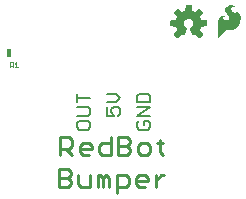
<source format=gbr>
G04 EAGLE Gerber RS-274X export*
G75*
%MOMM*%
%FSLAX34Y34*%
%LPD*%
%INSilkscreen Top*%
%IPPOS*%
%AMOC8*
5,1,8,0,0,1.08239X$1,22.5*%
G01*
%ADD10C,0.279400*%
%ADD11C,0.203200*%
%ADD12R,0.457200X0.762000*%
%ADD13C,0.025400*%

G36*
X199820Y139846D02*
X199820Y139846D01*
X199928Y139856D01*
X199941Y139862D01*
X199955Y139864D01*
X200052Y139912D01*
X200151Y139957D01*
X200164Y139968D01*
X200173Y139972D01*
X200188Y139988D01*
X200265Y140050D01*
X202850Y142635D01*
X202913Y142724D01*
X202979Y142809D01*
X202984Y142822D01*
X202992Y142834D01*
X203023Y142937D01*
X203059Y143040D01*
X203059Y143054D01*
X203063Y143067D01*
X203059Y143175D01*
X203060Y143284D01*
X203055Y143297D01*
X203055Y143311D01*
X203017Y143413D01*
X202982Y143515D01*
X202973Y143530D01*
X202969Y143539D01*
X202955Y143556D01*
X202901Y143638D01*
X200137Y147028D01*
X200694Y148110D01*
X200700Y148130D01*
X200742Y148225D01*
X201113Y149384D01*
X205464Y149827D01*
X205568Y149855D01*
X205674Y149880D01*
X205686Y149887D01*
X205699Y149890D01*
X205789Y149951D01*
X205882Y150008D01*
X205890Y150019D01*
X205902Y150027D01*
X205968Y150113D01*
X206037Y150197D01*
X206041Y150210D01*
X206050Y150221D01*
X206084Y150324D01*
X206123Y150425D01*
X206124Y150443D01*
X206128Y150452D01*
X206128Y150474D01*
X206137Y150572D01*
X206137Y154228D01*
X206120Y154335D01*
X206106Y154443D01*
X206100Y154455D01*
X206098Y154469D01*
X206046Y154565D01*
X205999Y154662D01*
X205989Y154672D01*
X205983Y154684D01*
X205903Y154758D01*
X205827Y154835D01*
X205815Y154841D01*
X205805Y154851D01*
X205706Y154896D01*
X205609Y154944D01*
X205591Y154948D01*
X205582Y154952D01*
X205561Y154954D01*
X205464Y154973D01*
X201113Y155416D01*
X200742Y156575D01*
X200733Y156592D01*
X200731Y156600D01*
X200727Y156607D01*
X200694Y156690D01*
X200137Y157772D01*
X202901Y161162D01*
X202955Y161256D01*
X203012Y161348D01*
X203015Y161361D01*
X203022Y161373D01*
X203043Y161480D01*
X203068Y161585D01*
X203066Y161599D01*
X203069Y161613D01*
X203054Y161720D01*
X203044Y161828D01*
X203038Y161841D01*
X203036Y161855D01*
X202988Y161952D01*
X202943Y162051D01*
X202932Y162064D01*
X202928Y162073D01*
X202912Y162088D01*
X202850Y162165D01*
X200265Y164750D01*
X200176Y164813D01*
X200091Y164879D01*
X200078Y164884D01*
X200066Y164892D01*
X199963Y164923D01*
X199860Y164959D01*
X199846Y164959D01*
X199833Y164963D01*
X199725Y164959D01*
X199616Y164960D01*
X199603Y164955D01*
X199589Y164955D01*
X199487Y164917D01*
X199385Y164882D01*
X199370Y164873D01*
X199361Y164869D01*
X199344Y164855D01*
X199262Y164801D01*
X195872Y162037D01*
X194790Y162594D01*
X194770Y162600D01*
X194675Y162642D01*
X193516Y163013D01*
X193073Y167364D01*
X193045Y167468D01*
X193020Y167574D01*
X193013Y167586D01*
X193010Y167599D01*
X192949Y167689D01*
X192892Y167782D01*
X192881Y167790D01*
X192873Y167802D01*
X192787Y167868D01*
X192703Y167937D01*
X192690Y167941D01*
X192679Y167950D01*
X192576Y167984D01*
X192475Y168023D01*
X192457Y168024D01*
X192448Y168028D01*
X192426Y168028D01*
X192328Y168037D01*
X188672Y168037D01*
X188565Y168020D01*
X188457Y168006D01*
X188445Y168000D01*
X188431Y167998D01*
X188335Y167946D01*
X188238Y167899D01*
X188228Y167889D01*
X188216Y167883D01*
X188142Y167803D01*
X188065Y167727D01*
X188059Y167715D01*
X188049Y167705D01*
X188004Y167606D01*
X187956Y167509D01*
X187952Y167491D01*
X187948Y167482D01*
X187946Y167461D01*
X187927Y167364D01*
X187484Y163013D01*
X186325Y162642D01*
X186307Y162632D01*
X186210Y162594D01*
X185128Y162037D01*
X181738Y164801D01*
X181644Y164855D01*
X181552Y164912D01*
X181539Y164915D01*
X181527Y164922D01*
X181420Y164943D01*
X181315Y164968D01*
X181301Y164966D01*
X181287Y164969D01*
X181180Y164954D01*
X181072Y164944D01*
X181059Y164938D01*
X181046Y164936D01*
X180948Y164888D01*
X180849Y164843D01*
X180836Y164832D01*
X180827Y164828D01*
X180812Y164812D01*
X180735Y164750D01*
X178150Y162165D01*
X178087Y162076D01*
X178021Y161991D01*
X178016Y161978D01*
X178008Y161966D01*
X177977Y161863D01*
X177941Y161760D01*
X177941Y161746D01*
X177937Y161733D01*
X177941Y161625D01*
X177940Y161516D01*
X177945Y161503D01*
X177945Y161489D01*
X177983Y161387D01*
X178018Y161285D01*
X178027Y161270D01*
X178031Y161261D01*
X178045Y161244D01*
X178099Y161162D01*
X180863Y157772D01*
X180306Y156690D01*
X180300Y156670D01*
X180258Y156575D01*
X179887Y155416D01*
X175536Y154973D01*
X175432Y154945D01*
X175326Y154920D01*
X175314Y154913D01*
X175301Y154910D01*
X175211Y154849D01*
X175118Y154792D01*
X175110Y154781D01*
X175098Y154773D01*
X175032Y154687D01*
X174964Y154603D01*
X174959Y154590D01*
X174950Y154579D01*
X174916Y154476D01*
X174877Y154375D01*
X174876Y154357D01*
X174872Y154348D01*
X174873Y154326D01*
X174863Y154228D01*
X174863Y150572D01*
X174880Y150465D01*
X174894Y150357D01*
X174900Y150345D01*
X174902Y150331D01*
X174954Y150235D01*
X175001Y150138D01*
X175011Y150128D01*
X175017Y150116D01*
X175097Y150042D01*
X175173Y149965D01*
X175185Y149959D01*
X175196Y149949D01*
X175294Y149904D01*
X175391Y149856D01*
X175409Y149852D01*
X175418Y149848D01*
X175439Y149846D01*
X175536Y149827D01*
X179887Y149384D01*
X180258Y148225D01*
X180268Y148207D01*
X180306Y148110D01*
X180863Y147028D01*
X178099Y143638D01*
X178045Y143544D01*
X177988Y143452D01*
X177985Y143439D01*
X177978Y143427D01*
X177957Y143320D01*
X177932Y143215D01*
X177934Y143201D01*
X177931Y143187D01*
X177946Y143080D01*
X177956Y142972D01*
X177962Y142959D01*
X177964Y142946D01*
X178012Y142848D01*
X178057Y142749D01*
X178068Y142736D01*
X178072Y142727D01*
X178088Y142712D01*
X178150Y142635D01*
X180735Y140050D01*
X180824Y139987D01*
X180909Y139921D01*
X180922Y139916D01*
X180934Y139908D01*
X181037Y139877D01*
X181140Y139841D01*
X181154Y139841D01*
X181167Y139837D01*
X181275Y139841D01*
X181384Y139840D01*
X181397Y139845D01*
X181411Y139845D01*
X181513Y139883D01*
X181615Y139918D01*
X181630Y139927D01*
X181639Y139931D01*
X181656Y139945D01*
X181738Y139999D01*
X185128Y142763D01*
X186210Y142206D01*
X186263Y142189D01*
X186312Y142163D01*
X186378Y142152D01*
X186442Y142131D01*
X186498Y142132D01*
X186552Y142123D01*
X186619Y142134D01*
X186686Y142135D01*
X186738Y142153D01*
X186793Y142162D01*
X186853Y142194D01*
X186916Y142217D01*
X186959Y142251D01*
X187009Y142277D01*
X187055Y142326D01*
X187107Y142368D01*
X187138Y142415D01*
X187176Y142455D01*
X187232Y142560D01*
X187240Y142573D01*
X187241Y142578D01*
X187245Y142585D01*
X189398Y147782D01*
X189418Y147866D01*
X189423Y147878D01*
X189425Y147894D01*
X189450Y147980D01*
X189449Y148000D01*
X189454Y148020D01*
X189446Y148102D01*
X189447Y148121D01*
X189443Y148141D01*
X189439Y148224D01*
X189432Y148243D01*
X189430Y148263D01*
X189398Y148332D01*
X189392Y148359D01*
X189377Y148383D01*
X189350Y148452D01*
X189337Y148467D01*
X189329Y148485D01*
X189284Y148534D01*
X189264Y148566D01*
X189232Y148592D01*
X189193Y148638D01*
X189172Y148653D01*
X189162Y148663D01*
X189141Y148675D01*
X189078Y148719D01*
X189075Y148721D01*
X189074Y148721D01*
X189072Y148723D01*
X188188Y149218D01*
X187509Y149845D01*
X186995Y150614D01*
X186675Y151482D01*
X186567Y152399D01*
X186680Y153334D01*
X187011Y154215D01*
X187543Y154992D01*
X188244Y155621D01*
X189074Y156064D01*
X189986Y156298D01*
X190928Y156308D01*
X191844Y156094D01*
X192684Y155669D01*
X193398Y155056D01*
X193947Y154291D01*
X194298Y153417D01*
X194431Y152485D01*
X194339Y151548D01*
X194027Y150660D01*
X193512Y149872D01*
X192825Y149228D01*
X191926Y148722D01*
X191886Y148689D01*
X191844Y148667D01*
X191813Y148634D01*
X191765Y148599D01*
X191752Y148582D01*
X191736Y148569D01*
X191701Y148515D01*
X191677Y148489D01*
X191664Y148458D01*
X191622Y148401D01*
X191616Y148381D01*
X191605Y148363D01*
X191587Y148290D01*
X191577Y148267D01*
X191574Y148243D01*
X191551Y148168D01*
X191552Y148147D01*
X191547Y148126D01*
X191554Y148042D01*
X191553Y148024D01*
X191556Y148008D01*
X191559Y147924D01*
X191567Y147898D01*
X191568Y147883D01*
X191578Y147861D01*
X191602Y147782D01*
X191910Y147037D01*
X191911Y147037D01*
X192221Y146288D01*
X192531Y145539D01*
X192531Y145538D01*
X192842Y144790D01*
X192842Y144789D01*
X193152Y144040D01*
X193462Y143291D01*
X193463Y143291D01*
X193755Y142585D01*
X193784Y142538D01*
X193805Y142486D01*
X193848Y142435D01*
X193884Y142378D01*
X193927Y142343D01*
X193963Y142300D01*
X194020Y142266D01*
X194072Y142223D01*
X194124Y142204D01*
X194172Y142175D01*
X194238Y142161D01*
X194301Y142137D01*
X194356Y142135D01*
X194410Y142124D01*
X194477Y142131D01*
X194544Y142129D01*
X194598Y142145D01*
X194653Y142152D01*
X194764Y142196D01*
X194778Y142200D01*
X194782Y142203D01*
X194790Y142206D01*
X195872Y142763D01*
X199262Y139999D01*
X199356Y139945D01*
X199448Y139888D01*
X199461Y139885D01*
X199473Y139878D01*
X199580Y139857D01*
X199685Y139832D01*
X199699Y139834D01*
X199713Y139831D01*
X199820Y139846D01*
G37*
G36*
X215910Y139601D02*
X215910Y139601D01*
X215914Y139599D01*
X215984Y139635D01*
X215994Y139640D01*
X215995Y139641D01*
X220867Y145123D01*
X221721Y145905D01*
X222711Y146494D01*
X223062Y146621D01*
X223430Y146686D01*
X225705Y146686D01*
X225710Y146688D01*
X225716Y146686D01*
X227080Y146810D01*
X227090Y146816D01*
X227102Y146814D01*
X228421Y147182D01*
X228429Y147190D01*
X228442Y147191D01*
X229672Y147791D01*
X229679Y147798D01*
X229690Y147801D01*
X230847Y148618D01*
X230852Y148626D01*
X230861Y148629D01*
X231892Y149601D01*
X231895Y149609D01*
X231901Y149611D01*
X231902Y149613D01*
X231904Y149614D01*
X232789Y150721D01*
X232791Y150731D01*
X232800Y150738D01*
X233747Y152419D01*
X233748Y152430D01*
X233756Y152440D01*
X234384Y154264D01*
X234383Y154275D01*
X234390Y154286D01*
X234678Y156193D01*
X234675Y156204D01*
X234680Y156216D01*
X234678Y156268D01*
X234670Y156520D01*
X234666Y156646D01*
X234666Y156647D01*
X234658Y156899D01*
X234650Y157152D01*
X234646Y157278D01*
X234638Y157530D01*
X234627Y157909D01*
X234619Y158144D01*
X234615Y158153D01*
X234617Y158165D01*
X234410Y159204D01*
X234405Y159212D01*
X234405Y159223D01*
X234047Y160220D01*
X234041Y160227D01*
X234040Y160238D01*
X233538Y161172D01*
X233529Y161179D01*
X233526Y161191D01*
X232619Y162328D01*
X232608Y162334D01*
X232601Y162347D01*
X231475Y163268D01*
X231432Y163280D01*
X231391Y163296D01*
X231386Y163294D01*
X231380Y163295D01*
X231342Y163274D01*
X231302Y163255D01*
X231299Y163249D01*
X231295Y163247D01*
X231287Y163218D01*
X231269Y163170D01*
X231269Y162290D01*
X231253Y162170D01*
X231209Y162067D01*
X230935Y161727D01*
X230574Y161479D01*
X230400Y161414D01*
X229862Y161356D01*
X229332Y161454D01*
X228844Y161703D01*
X227942Y162354D01*
X227530Y162708D01*
X227179Y163118D01*
X226896Y163576D01*
X226690Y164070D01*
X226631Y164370D01*
X226643Y164673D01*
X226800Y165192D01*
X227086Y165652D01*
X227481Y166022D01*
X227962Y166277D01*
X228452Y166416D01*
X228963Y166473D01*
X229566Y166473D01*
X229567Y166473D01*
X229589Y166482D01*
X229657Y166511D01*
X229692Y166603D01*
X229688Y166612D01*
X229654Y166688D01*
X229652Y166691D01*
X229651Y166692D01*
X229650Y166693D01*
X229629Y166713D01*
X229622Y166716D01*
X229618Y166724D01*
X229183Y167062D01*
X229168Y167066D01*
X229156Y167078D01*
X228652Y167299D01*
X228651Y167299D01*
X228295Y167451D01*
X228067Y167552D01*
X228057Y167553D01*
X228047Y167559D01*
X227169Y167779D01*
X227160Y167778D01*
X227150Y167782D01*
X226250Y167868D01*
X226240Y167864D01*
X226228Y167868D01*
X225360Y167802D01*
X225349Y167796D01*
X225336Y167797D01*
X224496Y167566D01*
X224486Y167558D01*
X224473Y167557D01*
X223693Y167169D01*
X223686Y167161D01*
X223675Y167158D01*
X222898Y166598D01*
X222894Y166591D01*
X222885Y166587D01*
X222189Y165929D01*
X222184Y165918D01*
X222173Y165910D01*
X221742Y165307D01*
X221739Y165292D01*
X221727Y165279D01*
X221460Y164587D01*
X221460Y164571D01*
X221452Y164556D01*
X221365Y163819D01*
X221370Y163804D01*
X221366Y163787D01*
X221465Y163052D01*
X221473Y163039D01*
X221473Y163022D01*
X221753Y162334D01*
X221762Y162325D01*
X221765Y162311D01*
X222952Y160553D01*
X222960Y160548D01*
X222964Y160537D01*
X224417Y158996D01*
X224787Y158561D01*
X225027Y158058D01*
X225129Y157510D01*
X225086Y156954D01*
X224900Y156429D01*
X224585Y155969D01*
X224160Y155604D01*
X223617Y155311D01*
X223031Y155113D01*
X222421Y155016D01*
X221710Y155051D01*
X221032Y155258D01*
X220426Y155623D01*
X220113Y155951D01*
X219907Y156355D01*
X219814Y156771D01*
X219814Y157199D01*
X219907Y157614D01*
X219979Y157752D01*
X220097Y157866D01*
X220921Y158465D01*
X221054Y158536D01*
X221192Y158564D01*
X221350Y158548D01*
X221393Y158562D01*
X221438Y158573D01*
X221440Y158577D01*
X221444Y158578D01*
X221464Y158619D01*
X221487Y158658D01*
X221486Y158662D01*
X221488Y158666D01*
X221473Y158709D01*
X221460Y158753D01*
X221457Y158755D01*
X221456Y158759D01*
X221418Y158778D01*
X221382Y158799D01*
X220899Y158875D01*
X220894Y158874D01*
X220889Y158876D01*
X219949Y158949D01*
X219940Y158946D01*
X219929Y158949D01*
X218989Y158876D01*
X218979Y158871D01*
X218967Y158872D01*
X218268Y158688D01*
X218258Y158680D01*
X218244Y158679D01*
X217596Y158358D01*
X217588Y158349D01*
X217574Y158345D01*
X217004Y157900D01*
X216998Y157889D01*
X216986Y157883D01*
X216516Y157333D01*
X216512Y157321D01*
X216501Y157312D01*
X216100Y156580D01*
X216099Y156567D01*
X216090Y156556D01*
X215850Y155757D01*
X215851Y155744D01*
X215845Y155731D01*
X215775Y154900D01*
X215777Y154894D01*
X215775Y154889D01*
X215775Y139725D01*
X215777Y139720D01*
X215775Y139716D01*
X215796Y139676D01*
X215813Y139634D01*
X215818Y139633D01*
X215820Y139628D01*
X215863Y139615D01*
X215905Y139599D01*
X215910Y139601D01*
G37*
D10*
X82011Y40767D02*
X82011Y55766D01*
X89510Y55766D01*
X92010Y53266D01*
X92010Y48266D01*
X89510Y45767D01*
X82011Y45767D01*
X87010Y45767D02*
X92010Y40767D01*
X100882Y40767D02*
X105882Y40767D01*
X100882Y40767D02*
X98382Y43267D01*
X98382Y48266D01*
X100882Y50766D01*
X105882Y50766D01*
X108382Y48266D01*
X108382Y45767D01*
X98382Y45767D01*
X124753Y40767D02*
X124753Y55766D01*
X124753Y40767D02*
X117254Y40767D01*
X114754Y43267D01*
X114754Y48266D01*
X117254Y50766D01*
X124753Y50766D01*
X131126Y55766D02*
X131126Y40767D01*
X131126Y55766D02*
X138625Y55766D01*
X141125Y53266D01*
X141125Y50766D01*
X138625Y48266D01*
X141125Y45767D01*
X141125Y43267D01*
X138625Y40767D01*
X131126Y40767D01*
X131126Y48266D02*
X138625Y48266D01*
X149997Y40767D02*
X154996Y40767D01*
X157496Y43267D01*
X157496Y48266D01*
X154996Y50766D01*
X149997Y50766D01*
X147497Y48266D01*
X147497Y43267D01*
X149997Y40767D01*
X166368Y43267D02*
X166368Y53266D01*
X166368Y43267D02*
X168868Y40767D01*
X168868Y50766D02*
X163869Y50766D01*
X80647Y29096D02*
X80647Y14097D01*
X80647Y29096D02*
X88146Y29096D01*
X90646Y26596D01*
X90646Y24096D01*
X88146Y21596D01*
X90646Y19097D01*
X90646Y16597D01*
X88146Y14097D01*
X80647Y14097D01*
X80647Y21596D02*
X88146Y21596D01*
X97018Y24096D02*
X97018Y16597D01*
X99518Y14097D01*
X107017Y14097D01*
X107017Y24096D01*
X113390Y24096D02*
X113390Y14097D01*
X113390Y24096D02*
X115889Y24096D01*
X118389Y21596D01*
X118389Y14097D01*
X118389Y21596D02*
X120889Y24096D01*
X123389Y21596D01*
X123389Y14097D01*
X129761Y9097D02*
X129761Y24096D01*
X137261Y24096D01*
X139760Y21596D01*
X139760Y16597D01*
X137261Y14097D01*
X129761Y14097D01*
X148633Y14097D02*
X153632Y14097D01*
X148633Y14097D02*
X146133Y16597D01*
X146133Y21596D01*
X148633Y24096D01*
X153632Y24096D01*
X156132Y21596D01*
X156132Y19097D01*
X146133Y19097D01*
X162504Y14097D02*
X162504Y24096D01*
X162504Y19097D02*
X167504Y24096D01*
X170004Y24096D01*
D11*
X96257Y64234D02*
X96257Y67793D01*
X96257Y64234D02*
X98036Y62454D01*
X105155Y62454D01*
X106934Y64234D01*
X106934Y67793D01*
X105155Y69572D01*
X98036Y69572D01*
X96257Y67793D01*
X96257Y74148D02*
X105155Y74148D01*
X106934Y75928D01*
X106934Y79487D01*
X105155Y81266D01*
X96257Y81266D01*
X96257Y89401D02*
X106934Y89401D01*
X96257Y85842D02*
X96257Y92960D01*
X121657Y81266D02*
X121657Y74148D01*
X126995Y74148D01*
X125216Y77707D01*
X125216Y79487D01*
X126995Y81266D01*
X130555Y81266D01*
X132334Y79487D01*
X132334Y75928D01*
X130555Y74148D01*
X128775Y85842D02*
X121657Y85842D01*
X128775Y85842D02*
X132334Y89401D01*
X128775Y92960D01*
X121657Y92960D01*
X147057Y67793D02*
X148836Y69572D01*
X147057Y67793D02*
X147057Y64234D01*
X148836Y62454D01*
X155955Y62454D01*
X157734Y64234D01*
X157734Y67793D01*
X155955Y69572D01*
X152395Y69572D01*
X152395Y66013D01*
X147057Y74148D02*
X157734Y74148D01*
X157734Y81266D02*
X147057Y74148D01*
X147057Y81266D02*
X157734Y81266D01*
X157734Y85842D02*
X147057Y85842D01*
X157734Y85842D02*
X157734Y91181D01*
X155955Y92960D01*
X148836Y92960D01*
X147057Y91181D01*
X147057Y85842D01*
D12*
X38100Y127000D03*
D13*
X39633Y119256D02*
X39633Y115443D01*
X39633Y119256D02*
X41539Y119256D01*
X42175Y118621D01*
X42175Y117350D01*
X41539Y116714D01*
X39633Y116714D01*
X40904Y116714D02*
X42175Y115443D01*
X43375Y117985D02*
X44646Y119256D01*
X44646Y115443D01*
X43375Y115443D02*
X45917Y115443D01*
M02*

</source>
